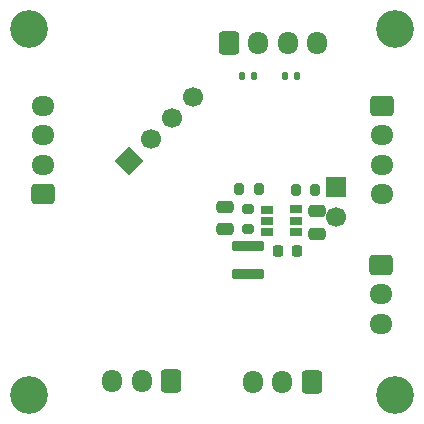
<source format=gbs>
%TF.GenerationSoftware,KiCad,Pcbnew,9.0.2-9.0.2-0~ubuntu22.04.1*%
%TF.CreationDate,2025-05-12T22:54:36+03:00*%
%TF.ProjectId,endpoint-driver,656e6470-6f69-46e7-942d-647269766572,rev?*%
%TF.SameCoordinates,Original*%
%TF.FileFunction,Soldermask,Bot*%
%TF.FilePolarity,Negative*%
%FSLAX46Y46*%
G04 Gerber Fmt 4.6, Leading zero omitted, Abs format (unit mm)*
G04 Created by KiCad (PCBNEW 9.0.2-9.0.2-0~ubuntu22.04.1) date 2025-05-12 22:54:36*
%MOMM*%
%LPD*%
G01*
G04 APERTURE LIST*
G04 Aperture macros list*
%AMRoundRect*
0 Rectangle with rounded corners*
0 $1 Rounding radius*
0 $2 $3 $4 $5 $6 $7 $8 $9 X,Y pos of 4 corners*
0 Add a 4 corners polygon primitive as box body*
4,1,4,$2,$3,$4,$5,$6,$7,$8,$9,$2,$3,0*
0 Add four circle primitives for the rounded corners*
1,1,$1+$1,$2,$3*
1,1,$1+$1,$4,$5*
1,1,$1+$1,$6,$7*
1,1,$1+$1,$8,$9*
0 Add four rect primitives between the rounded corners*
20,1,$1+$1,$2,$3,$4,$5,0*
20,1,$1+$1,$4,$5,$6,$7,0*
20,1,$1+$1,$6,$7,$8,$9,0*
20,1,$1+$1,$8,$9,$2,$3,0*%
%AMRotRect*
0 Rectangle, with rotation*
0 The origin of the aperture is its center*
0 $1 length*
0 $2 width*
0 $3 Rotation angle, in degrees counterclockwise*
0 Add horizontal line*
21,1,$1,$2,0,0,$3*%
G04 Aperture macros list end*
%ADD10RoundRect,0.135000X0.135000X0.185000X-0.135000X0.185000X-0.135000X-0.185000X0.135000X-0.185000X0*%
%ADD11RoundRect,0.250000X-0.600000X-0.725000X0.600000X-0.725000X0.600000X0.725000X-0.600000X0.725000X0*%
%ADD12O,1.700000X1.950000*%
%ADD13RoundRect,0.250000X0.600000X0.725000X-0.600000X0.725000X-0.600000X-0.725000X0.600000X-0.725000X0*%
%ADD14O,1.950000X1.700000*%
%ADD15RoundRect,0.250000X-0.725000X0.600000X-0.725000X-0.600000X0.725000X-0.600000X0.725000X0.600000X0*%
%ADD16RoundRect,0.250000X0.725000X-0.600000X0.725000X0.600000X-0.725000X0.600000X-0.725000X-0.600000X0*%
%ADD17RoundRect,0.135000X-0.135000X-0.185000X0.135000X-0.185000X0.135000X0.185000X-0.135000X0.185000X0*%
%ADD18C,3.200000*%
%ADD19R,1.700000X1.700000*%
%ADD20C,1.700000*%
%ADD21RotRect,1.700000X1.700000X135.000000*%
%ADD22R,1.000000X0.800000*%
%ADD23RoundRect,0.250000X0.475000X-0.250000X0.475000X0.250000X-0.475000X0.250000X-0.475000X-0.250000X0*%
%ADD24RoundRect,0.200000X0.275000X-0.200000X0.275000X0.200000X-0.275000X0.200000X-0.275000X-0.200000X0*%
%ADD25RoundRect,0.120000X-1.230000X-0.280000X1.230000X-0.280000X1.230000X0.280000X-1.230000X0.280000X0*%
%ADD26RoundRect,0.250000X-0.475000X0.250000X-0.475000X-0.250000X0.475000X-0.250000X0.475000X0.250000X0*%
%ADD27RoundRect,0.225000X0.225000X0.250000X-0.225000X0.250000X-0.225000X-0.250000X0.225000X-0.250000X0*%
%ADD28RoundRect,0.200000X0.200000X0.275000X-0.200000X0.275000X-0.200000X-0.275000X0.200000X-0.275000X0*%
G04 APERTURE END LIST*
D10*
%TO.C,R7*%
X26160000Y31530000D03*
X27180000Y31530000D03*
%TD*%
D11*
%TO.C,J8*%
X21410000Y34287500D03*
D12*
X23910000Y34287500D03*
X26410000Y34287500D03*
X28910000Y34287500D03*
%TD*%
%TO.C,J5*%
X11550000Y5670000D03*
X14050000Y5670000D03*
D13*
X16550000Y5670000D03*
%TD*%
D14*
%TO.C,J7*%
X34320000Y10510000D03*
X34320000Y13010000D03*
D15*
X34320000Y15510000D03*
%TD*%
D16*
%TO.C,J2*%
X5720000Y21500000D03*
D14*
X5720000Y24000000D03*
X5720000Y26500000D03*
X5720000Y29000000D03*
%TD*%
D17*
%TO.C,R8*%
X22530000Y31530000D03*
X23550000Y31530000D03*
%TD*%
D18*
%TO.C,H1*%
X4500000Y4500000D03*
%TD*%
D15*
%TO.C,J3*%
X34357500Y28980000D03*
D14*
X34357500Y26480000D03*
X34357500Y23980000D03*
X34357500Y21480000D03*
%TD*%
D19*
%TO.C,J4*%
X30520000Y22085000D03*
D20*
X30520000Y19545000D03*
%TD*%
D18*
%TO.C,H2*%
X35500000Y4500000D03*
%TD*%
%TO.C,H3*%
X4500000Y35500000D03*
%TD*%
D21*
%TO.C,J1*%
X13000000Y24340000D03*
D20*
X14796051Y26136051D03*
X16592102Y27932102D03*
X18388154Y29728154D03*
%TD*%
D18*
%TO.C,H4*%
X35500000Y35500000D03*
%TD*%
D22*
%TO.C,U1*%
X24620000Y18300000D03*
X24620000Y19250000D03*
X24620000Y20200000D03*
X27120000Y20250000D03*
X27120000Y19250000D03*
X27120000Y18300000D03*
%TD*%
D23*
%TO.C,C3*%
X21130000Y18520000D03*
X21130000Y20420000D03*
%TD*%
D24*
%TO.C,R1*%
X23030000Y18560000D03*
X23030000Y20210000D03*
%TD*%
D25*
%TO.C,L1*%
X23030000Y17080000D03*
X23030000Y14780000D03*
%TD*%
D26*
%TO.C,C2*%
X28860000Y20060000D03*
X28860000Y18160000D03*
%TD*%
D27*
%TO.C,C1*%
X27155000Y16730000D03*
X25605000Y16730000D03*
%TD*%
D28*
%TO.C,R2*%
X28755000Y21820000D03*
X27105000Y21820000D03*
%TD*%
%TO.C,R3*%
X23970000Y21920000D03*
X22320000Y21920000D03*
%TD*%
D13*
%TO.C,J6*%
X28450000Y5642500D03*
D12*
X25950000Y5642500D03*
X23450000Y5642500D03*
%TD*%
M02*

</source>
